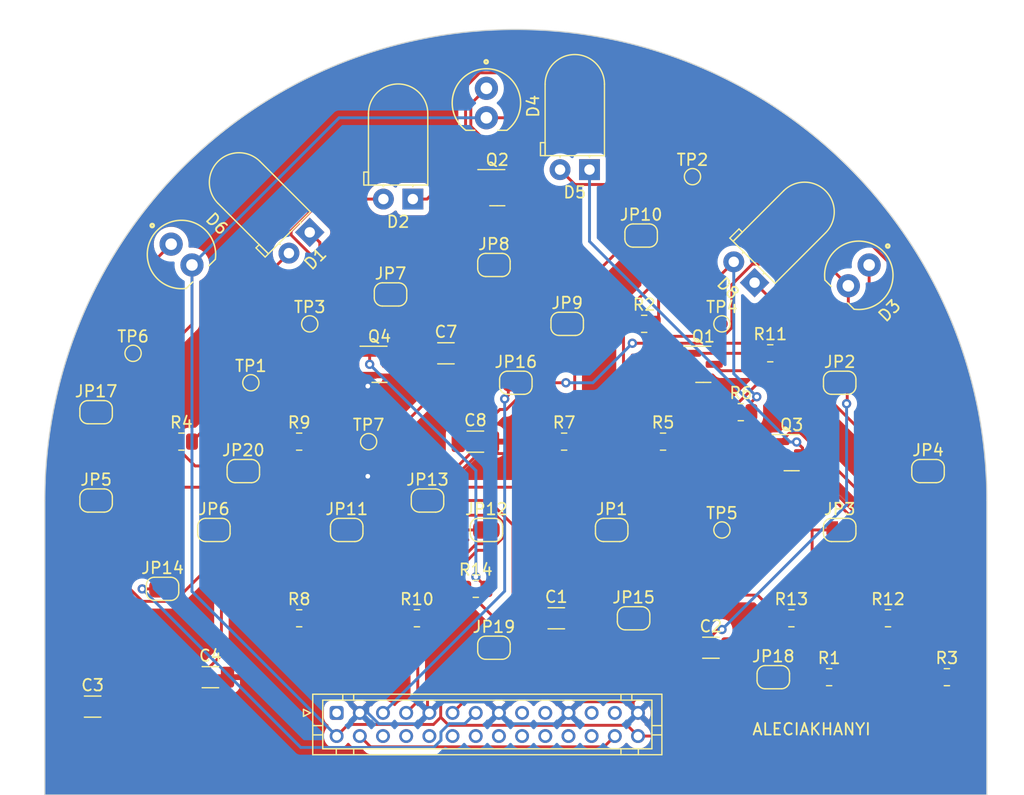
<source format=kicad_pcb>
(kicad_pcb (version 20221018) (generator pcbnew)
  (layers (0 "F.Cu" signal) (31 "B.Cu" signal) (34 "B.Paste" user) (35 "F.Paste" user) (36 "B.SilkS" user "B.Silkscreen") (37 "F.SilkS" user "F.Silkscreen") (38 "B.Mask" user) (39 "F.Mask" user) (44 "Edge.Cuts" user))
  (net 0 "")
  (net 1 "Net-(JP1-B)")
  (net 2 "GND")
  (net 3 "Net-(JP2-B)")
  (net 4 "Net-(JP5-B)")
  (net 5 "Net-(JP6-B)")
  (net 6 "Net-(JP7-B)")
  (net 7 "Net-(JP8-B)")
  (net 8 "Net-(D1-A)")
  (net 9 "Net-(D2-A)")
  (net 10 "/PA4")
  (net 11 "+3V3")
  (net 12 "/PA3")
  (net 13 "Net-(D5-A)")
  (net 14 "/PA5")
  (net 15 "Net-(D8-A)")
  (net 17 "+BATT")
  (net 22 "Net-(D1-K)")
  (net 33 "Net-(JP3-B)")
  (net 34 "Net-(JP4-B)")
  (net 35 "Net-(JP9-B)")
  (net 36 "Net-(JP10-B)")
  (net 37 "Net-(JP11-B)")
  (net 38 "Net-(JP12-B)")
  (net 39 "Net-(D2-K)")
  (net 40 "Vout3")
  (net 41 "Vout1")
  (net 42 "Net-(D5-K)")
  (net 43 "Vout2")
  (net 44 "Net-(D8-K)")
  (net 45 "/PA6")
  (net 46 "Net-(JP13-B)")
  (net 47 "Net-(JP14-B)")
  (net 48 "Net-(JP15-B)")
  (net 49 "Net-(JP16-B)")
  (net 50 "Net-(Q1-B)")
  (net 51 "Net-(Q2-B)")
  (net 52 "Net-(Q3-B)")
  (net 53 "Net-(Q4-B)")
  (footprint "Jumper:SolderJumper-2_P1.3mm_Open_RoundedPad1.0x1.5mm" (layer "F.Cu") (at 180.99 81.28)
    (fp_text reference "JP10")
    (fp_text value "SolderJumper_2_Open")
  )
  (footprint "Resistor_SMD:R_0805_2012Metric" (layer "F.Cu") (at 174.3475 99.06)
    (fp_text reference "R7")
    (fp_text value "100k")
  )
  (footprint "Capacitor_SMD:C_1206_3216Metric" (layer "F.Cu") (at 173.67 114.3)
    (fp_text reference "C1")
    (fp_text value "22uF")
  )
  (footprint "LED_THT:LED_D5.0mm_Horizontal_O1.27mm_Z3.0mm_IRBlack" (layer "F.Cu") (at 176.535 75.595 180)
    (fp_text reference "D5")
    (fp_text value "TSAL4400")
  )
  (footprint "Resistor_SMD:R_0805_2012Metric" (layer "F.Cu") (at 166.7275 111.76)
    (fp_text reference "R14")
    (fp_text value "200")
  )
  (footprint "Jumper:SolderJumper-2_P1.3mm_Open_RoundedPad1.0x1.5mm" (layer "F.Cu") (at 198.12 106.68)
    (fp_text reference "JP3")
    (fp_text value "SolderJumper_2_Open")
  )
  (footprint "Resistor_SMD:R_0805_2012Metric" (layer "F.Cu") (at 151.4875 99.06)
    (fp_text reference "R9")
    (fp_text value "22")
  )
  (footprint "Jumper:SolderJumper-2_P1.3mm_Open_RoundedPad1.0x1.5mm" (layer "F.Cu") (at 146.67 101.6)
    (fp_text reference "JP20")
    (fp_text value "SolderJumper_2_Open")
  )
  (footprint "TestPoint:TestPoint_Pad_D1.0mm" (layer "F.Cu") (at 187.96 106.68)
    (fp_text reference "TP5")
    (fp_text value "TestPoint")
  )
  (footprint "Jumper:SolderJumper-2_P1.3mm_Open_RoundedPad1.0x1.5mm" (layer "F.Cu") (at 155.59 106.68)
    (fp_text reference "JP11")
    (fp_text value "SolderJumper_2_Open")
  )
  (footprint "Resistor_SMD:R_0805_2012Metric" (layer "F.Cu") (at 161.6475 114.3)
    (fp_text reference "R10")
    (fp_text value "150k")
  )
  (footprint "TestPoint:TestPoint_Pad_D1.0mm" (layer "F.Cu") (at 185.42 76.2)
    (fp_text reference "TP2")
    (fp_text value "TestPoint")
  )
  (footprint "Jumper:SolderJumper-2_P1.3mm_Open_RoundedPad1.0x1.5mm" (layer "F.Cu") (at 159.37 86.36)
    (fp_text reference "JP7")
    (fp_text value "SolderJumper_2_Open")
  )
  (footprint "TestPoint:TestPoint_Pad_D1.0mm" (layer "F.Cu") (at 157.48 99.06)
    (fp_text reference "TP7")
    (fp_text value "TestPoint")
  )
  (footprint "LED_THT:LED_D5.0mm_Horizontal_O1.27mm_Z3.0mm_IRBlack" (layer "F.Cu") (at 152.4 81.0027 -135)
    (fp_text reference "D1")
    (fp_text value "TSAL4400")
  )
  (footprint "Capacitor_SMD:C_1206_3216Metric" (layer "F.Cu") (at 164.15 91.44)
    (fp_text reference "C7")
    (fp_text value "22uF")
  )
  (footprint "Jumper:SolderJumper-2_P1.3mm_Open_RoundedPad1.0x1.5mm" (layer "F.Cu") (at 180.34 114.3)
    (fp_text reference "JP15")
    (fp_text value "SolderJumper_2_Open")
  )
  (footprint "SFH203PFA:XDCR_SFH_203_PFA" (layer "F.Cu") (at 141.342 82.922 -45)
    (fp_text reference "D6")
    (fp_text value "SFH_203_PFA")
  )
  (footprint "Jumper:SolderJumper-2_P1.3mm_Open_RoundedPad1.0x1.5mm" (layer "F.Cu") (at 168.29 116.84)
    (fp_text reference "JP19")
    (fp_text value "SolderJumper_2_Open")
  )
  (footprint "Resistor_SMD:R_0805_2012Metric" (layer "F.Cu") (at 197.2075 119.38)
    (fp_text reference "R1")
    (fp_text value "100k")
  )
  (footprint "Jumper:SolderJumper-2_P1.3mm_Open_RoundedPad1.0x1.5mm" (layer "F.Cu") (at 178.45 106.68)
    (fp_text reference "JP1")
    (fp_text value "SolderJumper_2_Open")
  )
  (footprint "Resistor_SMD:R_0805_2012Metric" (layer "F.Cu") (at 193.9525 114.3)
    (fp_text reference "R13")
    (fp_text value "200")
  )
  (footprint "Jumper:SolderJumper-2_P1.3mm_Open_RoundedPad1.0x1.5mm" (layer "F.Cu") (at 170.18 93.98)
    (fp_text reference "JP16")
    (fp_text value "SolderJumper_2_Open")
  )
  (footprint "Jumper:SolderJumper-2_P1.3mm_Open_RoundedPad1.0x1.5mm" (layer "F.Cu") (at 168.29 83.82)
    (fp_text reference "JP8")
    (fp_text value "SolderJumper_2_Open")
  )
  (footprint "Capacitor_SMD:C_1206_3216Metric" (layer "F.Cu") (at 143.83 119.38)
    (fp_text reference "C4")
    (fp_text value "10uF")
  )
  (footprint "Jumper:SolderJumper-2_P1.3mm_Open_RoundedPad1.0x1.5mm" (layer "F.Cu") (at 192.39 119.38)
    (fp_text reference "JP18")
    (fp_text value "SolderJumper_2_Open")
  )
  (footprint "SFH203PFA:XDCR_SFH_203_PFA" (layer "F.Cu") (at 167.64 69.85 -90)
    (fp_text reference "D4")
    (fp_text value "SFH_203_PFA")
  )
  (footprint "TestPoint:TestPoint_Pad_D1.0mm" (layer "F.Cu") (at 187.96 88.9)
    (fp_text reference "TP4")
    (fp_text value "TestPoint")
  )
  (footprint "Connector_JST:JST_PHD_B28B-PHDSS_2x14_P2.00mm_Vertical" (layer "F.Cu") (at 154.72 122.46)
    (fp_text reference "J2" hide)
    (fp_text value "Conn_02x14_Odd_Even")
  )
  (footprint "Package_TO_SOT_SMD:SOT-23" (layer "F.Cu") (at 158.4175 92.39)
    (fp_text reference "Q4")
    (fp_text value "MMBT5551L")
  )
  (footprint "Resistor_SMD:R_0805_2012Metric" (layer "F.Cu") (at 182.88 99.06)
    (fp_text reference "R5")
    (fp_text value "150k")
  )
  (footprint "Capacitor_SMD:C_1206_3216Metric" (layer "F.Cu") (at 166.69 99.06)
    (fp_text reference "C8")
    (fp_text value "10uF")
  )
  (footprint "Package_TO_SOT_SMD:SOT-23" (layer "F.Cu") (at 193.9775 100.01)
    (fp_text reference "Q3")
    (fp_text value "MMBT5551L")
  )
  (footprint "Jumper:SolderJumper-2_P1.3mm_Open_RoundedPad1.0x1.5mm" (layer "F.Cu") (at 133.97 96.52)
    (fp_text reference "JP17")
    (fp_text value "SolderJumper_2_Open")
  )
  (footprint "Jumper:SolderJumper-2_P1.3mm_Open_RoundedPad1.0x1.5mm" (layer "F.Cu") (at 162.56 104.14)
    (fp_text reference "JP13")
    (fp_text value "SolderJumper_2_Open")
  )
  (footprint "Package_TO_SOT_SMD:SOT-23" (layer "F.Cu") (at 168.5775 77.15)
    (fp_text reference "Q2")
    (fp_text value "MMBT5551L")
  )
  (footprint "LED_THT:LED_D5.0mm_Horizontal_O1.27mm_Z3.0mm_IRBlack" (layer "F.Cu") (at 190.7773 85.3459 135)
    (fp_text reference "D8")
    (fp_text value "TSAL4400")
  )
  (footprint "Resistor_SMD:R_0805_2012Metric" (layer "F.Cu") (at 189.5875 96.52)
    (fp_text reference "R6")
    (fp_text value "22")
  )
  (footprint "TestPoint:TestPoint_Pad_D1.0mm" (layer "F.Cu") (at 137.16 91.44)
    (fp_text reference "TP6")
    (fp_text value "TestPoint")
  )
  (footprint "Resistor_SMD:R_0805_2012Metric" (layer "F.Cu") (at 202.2875 114.3)
    (fp_text reference "R12")
    (fp_text value "200")
  )
  (footprint "TestPoint:TestPoint_Pad_D1.0mm" (layer "F.Cu") (at 147.32 93.98)
    (fp_text reference "TP1")
    (fp_text value "TestPoint")
  )
  (footprint "Resistor_SMD:R_0805_2012Metric" (layer "F.Cu") (at 141.3275 99.06)
    (fp_text reference "R4")
    (fp_text value "22")
  )
  (footprint "LED_THT:LED_D5.0mm_Horizontal_O1.27mm_Z3.0mm_IRBlack" (layer "F.Cu") (at 161.295 78.135 180)
    (fp_text reference "D2")
    (fp_text value "TSAL4400")
  )
  (footprint "Jumper:SolderJumper-2_P1.3mm_Open_RoundedPad1.0x1.5mm" (layer "F.Cu") (at 139.7 111.76)
    (fp_text reference "JP14")
    (fp_text value "SolderJumper_2_Open")
  )
  (footprint "Jumper:SolderJumper-2_P1.3mm_Open_RoundedPad1.0x1.5mm" (layer "F.Cu") (at 205.74 101.6)
    (fp_text reference "JP4")
    (fp_text value "SolderJumper_2_Open")
  )
  (footprint "TestPoint:TestPoint_Pad_D1.0mm" (layer "F.Cu") (at 152.4 88.9)
    (fp_text reference "TP3")
    (fp_text value "TestPoint")
  )
  (footprint "Jumper:SolderJumper-2_P1.3mm_Open_RoundedPad1.0x1.5mm" (layer "F.Cu") (at 174.61 88.9)
    (fp_text reference "JP9")
    (fp_text value "SolderJumper_2_Open")
  )
  (footprint "Jumper:SolderJumper-2_P1.3mm_Open_RoundedPad1.0x1.5mm" (layer "F.Cu") (at 133.97 104.14)
    (fp_text reference "JP5")
    (fp_text value "SolderJumper_2_Open")
  )
  (footprint "Resistor_SMD:R_0805_2012Metric" (layer "F.Cu") (at 207.3675 119.38)
    (fp_text reference "R3")
    (fp_text value "150k")
  )
  (footprint "Capacitor_SMD:C_1206_3216Metric" (layer "F.Cu") (at 187.01 116.84)
    (fp_text reference "C2")
    (fp_text value "10uF")
  )
  (footprint "Capacitor_SMD:C_1206_3216Metric" (layer "F.Cu") (at 133.67 121.92)
    (fp_text reference "C3")
    (fp_text value "22uF")
  )
  (footprint "Jumper:SolderJumper-2_P1.3mm_Open_RoundedPad1.0x1.5mm" (layer "F.Cu") (at 198.12 93.98)
    (fp_text reference "JP2")
    (fp_text value "SolderJumper_2_Open")
  )
  (footprint "SFH203PFA:XDCR_SFH_203_PFA" (layer "F.Cu") (at 199.762 84.718 -135)
    (fp_text reference "D3")
    (fp_text value "SFH_203_PFA")
  )
  (footprint "Resistor_SMD:R_0805_2012Metric" (layer "F.Cu") (at 181.2525 88.9)
    (fp_text reference "R2")
    (fp_text value "22")
  )
  (footprint "Package_TO_SOT_SMD:SOT-23" (layer "F.Cu") (at 186.3575 92.39)
    (fp_text reference "Q1")
    (fp_text value "MMBT5551L")
  )
  (footprint "Jumper:SolderJumper-2_P1.3mm_Open_RoundedPad1.0x1.5mm" (layer "F.Cu") (at 167.64 106.68)
    (fp_text reference "JP12")
    (fp_text value "SolderJumper_2_Open")
  )
  (footprint "Resistor_SMD:R_0805_2012Metric" (layer "F.Cu") (at 192.1275 91.44)
    (fp_text reference "R11")
    (fp_text value "200")
  )
  (footprint "Jumper:SolderJumper-2_P1.3mm_Open_RoundedPad1.0x1.5mm" (layer "F.Cu") (at 144.13 106.68)
    (fp_text reference "JP6")
    (fp_text value "SolderJumper_2_Open")
  )
  (footprint "Resistor_SMD:R_0805_2012Metric" (layer "F.Cu") (at 151.4875 114.3)
    (fp_text reference "R8")
    (fp_text value "100k")
  )
  (gr_arc (start 129.54 104.14) (mid 170.18 63.5) (end 210.82 104.14) (stroke (width 0.1)) (layer "Edge.Cuts"))
  (gr_line (start 129.54 129.54) (end 129.54 104.14) (stroke (width 0.1)) (layer "Edge.Cuts"))
  (gr_line (start 210.82 104.14) (end 210.82 129.54) (stroke (width 0.1)) (layer "Edge.Cuts"))
  (gr_line (start 210.82 129.54) (end 129.54 129.54) (stroke (width 0.1)) (layer "Edge.Cuts"))
  (gr_text "ALECIAKHANYI" (at 190.5 124.46) (layer "F.SilkS") (effects (font (size 1 1)) (justify left bottom)))
  (segment (start 172.7575 114.3) (end 172.7575 113.4348) (width 0.25) (layer "F.Cu") (net 1))
  (segment (start 172.7575 113.4348) (end 179.1 107.0923) (width 0.25) (layer "F.Cu") (net 1))
  (segment (start 179.1 107.0923) (end 179.1 106.68) (width 0.25) (layer "F.Cu") (net 1))
  (segment (start 203.2658 120.4234) (end 202.2224 119.38) (width 0.25) (layer "F.Cu") (net 2))
  (segment (start 180.8879 112.7682) (end 183.8995 115.7798) (width 0.25) (layer "F.Cu") (net 2))
  (segment (start 153.64 119.38) (end 152.4 119.38) (width 0.25) (layer "F.Cu") (net 2))
  (segment (start 207.2366 120.4234) (end 203.2658 120.4234) (width 0.25) (layer "F.Cu") (net 2))
  (segment (start 175.26 99.06) (end 176.3127 100.1127) (width 0.25) (layer "F.Cu") (net 2))
  (segment (start 142.24 121.92) (end 134.62 121.92) (width 0.25) (layer "F.Cu") (net 2))
  (segment (start 183.7925 99.06) (end 185.42 99.06) (width 0.25) (layer "F.Cu") (net 2))
  (segment (start 176.3127 100.1127) (end 182.7398 100.1127) (width 0.25) (layer "F.Cu") (net 2))
  (segment (start 157.48 93.34) (end 159.8187 93.34) (width 0.25) (layer "F.Cu") (net 2))
  (segment (start 152.4 119.38) (end 144.78 119.38) (width 0.25) (layer "F.Cu") (net 2))
  (segment (start 157.48 93.34) (end 157.48 94.1954) (width 0.25) (layer "F.Cu") (net 2))
  (segment (start 165.5557 78.1) (end 167.64 78.1) (width 0.25) (layer "F.Cu") (net 2))
  (segment (start 202.2224 107.9705) (end 195.2119 100.96) (width 0.25) (layer "F.Cu") (net 2))
  (segment (start 174.2321 100.0879) (end 175.26 99.06) (width 0.25) (layer "F.Cu") (net 2))
  (segment (start 183.8995 115.7798) (end 183.8995 117.9048) (width 0.25) (layer "F.Cu") (net 2))
  (segment (start 185.42 99.06) (end 191.14 99.06) (width 0.25) (layer "F.Cu") (net 2))
  (segment (start 191.14 99.06) (end 193.04 100.96) (width 0.25) (layer "F.Cu") (net 2))
  (segment (start 185.42 99.06) (end 185.42 93.34) (width 0.25) (layer "F.Cu") (net 2))
  (segment (start 175.6644 113.2203) (end 176.0277 112.857) (width 0.25) (layer "F.Cu") (net 2))
  (segment (start 202.2224 119.38) (end 198.12 119.38) (width 0.25) (layer "F.Cu") (net 2))
  (segment (start 175.6789 121.5011) (end 180.3032 121.5011) (width 0.25) (layer "F.Cu") (net 2))
  (segment (start 159.8187 93.34) (end 160.4421 92.7166) (width 0.25) (layer "F.Cu") (net 2))
  (segment (start 180.3032 122.0432) (end 180.72 122.46) (width 0.25) (layer "F.Cu") (net 2))
  (segment (start 176.0277 112.857) (end 176.0277 112.8548) (width 0.25) (layer "F.Cu") (net 2))
  (segment (start 174.72 122.46) (end 175.6789 121.5011) (width 0.25) (layer "F.Cu") (net 2))
  (segment (start 176.1143 112.7682) (end 180.8879 112.7682) (width 0.25) (layer "F.Cu") (net 2))
  (segment (start 160.4421 92.7166) (end 160.4421 92.5087) (width 0.25) (layer "F.Cu") (net 2))
  (segment (start 152.4 119.38) (end 152.4 114.3) (width 0.25) (layer "F.Cu") (net 2))
  (segment (start 156.72 122.46) (end 153.64 119.38) (width 0.25) (layer "F.Cu") (net 2))
  (segment (start 144.78 119.38) (end 142.24 121.92) (width 0.25) (layer "F.Cu") (net 2))
  (segment (start 164.9769 102.0472) (end 157.4077 102.0472) (width 0.25) (layer "F.Cu") (net 2))
  (segment (start 208.28 119.38) (end 207.2366 120.4234) (width 0.25) (layer "F.Cu") (net 2))
  (segment (start 186.8952 117.9048) (end 187.96 116.84) (width 0.25) (layer "F.Cu") (net 2))
  (segment (start 182.7398 100.1127) (end 183.7925 99.06) (width 0.25) (layer "F.Cu") (net 2))
  (segment (start 180.3032 121.5011) (end 180.3032 122.0432) (width 0.25) (layer "F.Cu") (net 2))
  (segment (start 160.4421 92.5087) (end 160.4421 90.1942) (width 0.25) (layer "F.Cu") (net 2))
  (segment (start 174.5825 114.3) (end 175.6622 113.2203) (width 0.25) (layer "F.Cu") (net 2))
  (segment (start 164.0313 92.5087) (end 165.1 91.44) (width 0.25) (layer "F.Cu") (net 2))
  (segment (start 162.56 122.3) (end 162.56 114.3) (width 0.25) (layer "F.Cu") (net 2))
  (segment (start 167.64 99.06) (end 167.8021 99.222) (width 0.25) (layer "F.Cu") (net 2))
  (segment (start 175.6622 113.2203) (end 175.6644 113.2203) (width 0.25) (layer "F.Cu") (net 2))
  (segment (start 202.2224 119.38) (end 202.2224 107.9705) (width 0.25) (layer "F.Cu") (net 2))
  (segment (start 183.8995 117.9048) (end 186.8952 117.9048) (width 0.25) (layer "F.Cu") (net 2))
  (segment (start 160.4421 92.5087) (end 164.0313 92.5087) (width 0.25) (layer "F.Cu") (net 2))
  (segment (start 176.0277 112.8548) (end 176.1143 112.7682) (width 0.25) (layer "F.Cu") (net 2))
  (segment (start 195.2119 100.96) (end 193.04 100.96) (width 0.25) (layer "F.Cu") (net 2))
  (segment (start 167.8021 99.222) (end 168.6679 100.0879) (width 0.25) (layer "F.Cu") (net 2))
  (segment (start 160.4421 90.1942) (end 157.8734 87.6255) (width 0.25) (layer "F.Cu") (net 2))
  (segment (start 162.72 122.46) (end 162.56 122.3) (width 0.25) (layer "F.Cu") (net 2))
  (segment (start 180.3032 121.5011) (end 183.8995 117.9048) (width 0.25) (layer "F.Cu") (net 2))
  (segment (start 167.8021 99.222) (end 164.9769 102.0472) (width 0.25) (layer "F.Cu") (net 2))
  (segment (start 157.48 94.1954) (end 157.4077 94.2677) (width 0.25) (layer "F.Cu") (net 2))
  (segment (start 157.8734 85.7823) (end 165.5557 78.1) (width 0.25) (layer "F.Cu") (net 2))
  (segment (start 157.8734 87.6255) (end 157.8734 85.7823) (width 0.25) (layer "F.Cu") (net 2))
  (segment (start 168.6679 100.0879) (end 174.2321 100.0879) (width 0.25) (layer "F.Cu") (net 2))
  (via (at 157.4077 102.0472) (size 0.8) (drill 0.4) (layers "F.Cu" "B.Cu") (net 2))
  (via (at 157.4077 94.2677) (size 0.8) (drill 0.4) (layers "F.Cu" "B.Cu") (net 2))
  (segment (start 169.6575 123.3975) (end 168.72 122.46) (width 0.25) (layer "B.Cu") (net 2))
  (segment (start 157.4077 122.46) (end 157.4077 102.0472) (width 0.25) (layer "B.Cu") (net 2))
  (segment (start 162.72 122.46) (end 161.7825 123.3975) (width 0.25) (layer "B.Cu") (net 2))
  (segment (start 157.4077 102.0472) (end 157.4077 94.2677) (width 0.25) (layer "B.Cu") (net 2))
  (segment (start 167.7741 121.5141) (end 163.6659 121.5141) (width 0.25) (layer "B.Cu") (net 2))
  (segment (start 157.4077 122.46) (end 156.72 122.46) (width 0.25) (layer "B.Cu") (net 2))
  (segment (start 174.72 122.46) (end 173.7825 123.3975) (width 0.25) (layer "B.Cu") (net 2))
  (segment (start 163.6659 121.5141) (end 162.72 122.46) (width 0.25) (layer "B.Cu") (net 2))
  (segment (start 158.3452 123.3975) (end 157.4077 122.46) (width 0.25) (layer "B.Cu") (net 2))
  (segment (start 161.7825 123.3975) (end 158.3452 123.3975) (width 0.25) (layer "B.Cu") (net 2))
  (segment (start 173.7825 123.3975) (end 169.6575 123.3975) (width 0.25) (layer "B.Cu") (net 2))
  (segment (start 168.72 122.46) (end 167.7741 121.5141) (width 0.25) (layer "B.Cu") (net 2))
  (segment (start 186.06 116.84) (end 187.6305 115.2695) (width 0.25) (layer "F.Cu") (net 3))
  (segment (start 198.77 93.98) (end 198.77 95.7309) (width 0.25) (layer "F.Cu") (net 3))
  (segment (start 187.6305 115.2695) (end 187.9676 115.2695) (width 0.25) (layer "F.Cu") (net 3))
  (segment (start 198.77 95.7309) (end 198.7144 95.7865) (width 0.25) (layer "F.Cu") (net 3))
  (via (at 187.9676 115.2695) (size 0.8) (drill 0.4) (layers "F.Cu" "B.Cu") (net 3))
  (via (at 198.7144 95.7865) (size 0.8) (drill 0.4) (layers "F.Cu" "B.Cu") (net 3))
  (segment (start 198.7144 104.5227) (end 198.7144 95.7865) (width 0.25) (layer "B.Cu") (net 3))
  (segment (start 187.9676 115.2695) (end 198.7144 104.5227) (width 0.25) (layer "B.Cu") (net 3))
  (segment (start 134.62 120.02) (end 134.62 104.14) (width 0.25) (layer "F.Cu") (net 4))
  (segment (start 132.72 121.92) (end 134.62 120.02) (width 0.25) (layer "F.Cu") (net 4))
  (segment (start 142.88 119.38) (end 144.78 117.48) (width 0.25) (layer "F.Cu") (net 5))
  (segment (start 144.78 117.48) (end 144.78 106.68) (width 0.25) (layer "F.Cu") (net 5))
  (segment (start 163.2 91.44) (end 160.02 88.26) (width 0.25) (layer "F.Cu") (net 6))
  (segment (start 160.02 88.26) (end 160.02 86.36) (width 0.25) (layer "F.Cu") (net 6))
  (segment (start 165.74 99.06) (end 165.74 95.7045) (width 0.25) (layer "F.Cu") (net 7))
  (segment (start 165.74 95.7045) (end 168.94 92.5045) (width 0.25) (layer "F.Cu") (net 7))
  (segment (start 168.94 92.5045) (end 168.94 83.82) (width 0.25) (layer "F.Cu") (net 7))
  (segment (start 147.32 86.0827) (end 147.32 93.98) (width 0.25) (layer "F.Cu") (net 8))
  (segment (start 150.6039 82.7988) (end 147.32 86.0827) (width 0.25) (layer "F.Cu") (net 8))
  (segment (start 147.32 93.98) (end 142.24 99.06) (width 0.25) (layer "F.Cu") (net 8))
  (segment (start 152.4 88.9) (end 152.4 82.8407) (width 0.25) (layer "F.Cu") (net 9))
  (segment (start 150.7915 80.8744) (end 153.5309 78.135) (width 0.25) (layer "F.Cu") (net 9))
  (segment (start 153.5309 78.135) (end 158.755 78.135) (width 0.25) (layer "F.Cu") (net 9))
  (segment (start 152.4 82.8407) (end 150.7915 81.2322) (width 0.25) (layer "F.Cu") (net 9))
  (segment (start 152.4 99.06) (end 152.4 88.9) (width 0.25) (layer "F.Cu") (net 9))
  (segment (start 150.7915 81.2322) (end 150.7915 80.8744) (width 0.25) (layer "F.Cu") (net 9))
  (segment (start 167.9715 108.4361) (end 166.8691 108.4361) (width 0.25) (layer "F.Cu") (net 10))
  (segment (start 163.8411 105.4102) (end 168.4544 105.4102) (width 0.25) (layer "F.Cu") (net 10))
  (segment (start 161.7196 113.5856) (end 161.7196 121.4604) (width 0.25) (layer "F.Cu") (net 10))
  (segment (start 163.8396 105.4087) (end 163.8411 105.4102) (width 0.25) (layer "F.Cu") (net 10))
  (segment (start 162.7034 105.4087) (end 163.8396 105.4087) (width 0.25) (layer "F.Cu") (net 10))
  (segment (start 169.1378 107.2698) (end 167.9715 108.4361) (width 0.25) (layer "F.Cu") (net 10))
  (segment (start 169.1378 106.0936) (end 169.1378 107.2698) (width 0.25) (layer "F.Cu") (net 10))
  (segment (start 161.91 104.14) (end 161.91 104.6153) (width 0.25) (layer "F.Cu") (net 10))
  (segment (start 161.7196 121.4604) (end 160.72 122.46) (width 0.25) (layer "F.Cu") (net 10))
  (segment (start 161.91 104.6153) (end 162.7034 105.4087) (width 0.25) (layer "F.Cu") (net 10))
  (segment (start 168.4544 105.4102) (end 169.1378 106.0936) (width 0.25) (layer "F.Cu") (net 10))
  (segment (start 166.8691 108.4361) (end 161.7196 113.5856) (width 0.25) (layer "F.Cu") (net 10))
  (segment (start 142.24 88.9496) (end 142.24 83.82) (width 0.25) (layer "F.Cu") (net 11))
  (segment (start 146.02 101.1571) (end 146.02 101.6) (width 0.25) (layer "F.Cu") (net 11))
  (segment (start 136.2723 94.9173) (end 142.24 88.9496) (width 0.25) (layer "F.Cu") (net 11))
  (segment (start 192.6365 94.1472) (end 198.864 87.9197) (width 0.25) (layer "F.Cu") (net 11))
  (segment (start 154.72 124.46) (end 155.72 123.46) (width 0.25) (layer "F.Cu") (net 11))
  (segment (start 179.7931 123.5331) (end 180.72 124.46) (width 0.25) (layer "F.Cu") (net 11))
  (segment (start 146.02 101.1571) (end 142.5121 101.1571) (width 0.25) (layer "F.Cu") (net 11))
  (segment (start 188.675 96.52) (end 188.675 96.4074) (width 0.25) (layer "F.Cu") (net 11))
  (segment (start 133.32 96.52) (end 133.32 96.0301) (width 0.25) (layer "F.Cu") (net 11))
  (segment (start 167.64 71.12) (end 181.5164 71.12) (width 0.25) (layer "F.Cu") (net 11))
  (segment (start 198.864 87.9197) (end 198.864 85.616) (width 0.25) (layer "F.Cu") (net 11))
  (segment (start 181.414 89.974) (end 188.0702 89.974) (width 0.25) (layer "F.Cu") (net 11))
  (segment (start 188.8177 89.2265) (end 188.8177 85.5094) (width 0.25) (layer "F.Cu") (net 11))
  (segment (start 180.34 88.9) (end 181.414 89.974) (width 0.25) (layer "F.Cu") (net 11))
  (segment (start 163.6975 120.7825) (end 167.64 116.84) (width 0.25) (layer "F.Cu") (net 11))
  (segment (start 150.575 99.06) (end 148.1171 99.06) (width 0.25) (layer "F.Cu") (net 11))
  (segment (start 133.32 96.0301) (end 134.4328 94.9173) (width 0.25) (layer "F.Cu") (net 11))
  (segment (start 196.994 83.746) (end 198.864 85.616) (width 0.25) (layer "F.Cu") (net 11))
  (segment (start 136.2723 94.9173) (end 140.415 99.06) (width 0.25) (layer "F.Cu") (net 11))
  (segment (start 163.6975 122.8377) (end 163.6975 120.7825) (width 0.25) (layer "F.Cu") (net 11))
  (segment (start 134.4328 94.9173) (end 136.2723 94.9173) (width 0.25) (layer "F.Cu") (net 11))
  (segment (start 186.66 124.46) (end 191.74 119.38) (width 0.25) (layer "F.Cu") (net 11))
  (segment (start 188.8177 85.5094) (end 190.5811 83.746) (width 0.25) (layer "F.Cu") (net 11))
  (segment (start 155.72 123.46) (end 163.0752 123.46) (width 0.25) (layer "F.Cu") (net 11))
  (segment (start 180.72 124.46) (end 186.66 124.46) (width 0.25) (layer "F.Cu") (net 11))
  (segment (start 142.5121 101.1571) (end 140.415 99.06) (width 0.25) (layer "F.Cu") (net 11))
  (segment (start 190.5811 83.746) (end 196.994 83.746) (width 0.25) (layer "F.Cu") (net 11))
  (segment (start 181.5164 71.12) (end 190.5811 80.1847) (width 0.25) (layer "F.Cu") (net 11))
  (segment (start 163.6975 122.8377) (end 164.3929 123.5331) (width 0.25) (layer "F.Cu") (net 11))
  (segment (start 148.1171 99.06) (end 146.02 101.1571) (width 0.25) (layer "F.Cu") (net 11))
  (segment (start 188.0702 89.974) (end 188.8177 89.2265) (width 0.25) (layer "F.Cu") (net 11))
  (segment (start 188.675 96.4074) (end 190.9352 94.1472) (width 0.25) (layer "F.Cu") (net 11))
  (segment (start 164.3929 123.5331) (end 179.7931 123.5331) (width 0.25) (layer "F.Cu") (net 11))
  (segment (start 190.5811 80.1847) (end 190.5811 83.746) (width 0.25) (layer "F.Cu") (net 11))
  (segment (start 163.0752 123.46) (end 163.6975 122.8377) (width 0.25) (layer "F.Cu") (net 11))
  (segment (start 190.9352 94.1472) (end 192.6365 94.1472) (width 0.25) (layer "F.Cu") (net 11))
  (segment (start 142.24 83.82) (end 154.94 71.12) (width 0.25) (layer "B.Cu") (net 11))
  (segment (start 154.94 71.12) (end 167.64 71.12) (width 0.25) (layer "B.Cu") (net 11))
  (segment (start 154.72 124.46) (end 142.24 111.98) (width 0.25) (layer "B.Cu") (net 11))
  (segment (start 142.24 111.98) (end 142.24 83.82) (width 0.25) (layer "B.Cu") (net 11))
  (segment (start 169.2166 95.3699) (end 169.53 95.0565) (width 0.25) (layer "F.Cu") (net 12))
  (segment (start 169.53 95.0565) (end 169.53 93.98) (width 0.25) (layer "F.Cu") (net 12))
  (via (at 169.2166 95.3699) (size 0.8) (drill 0.4) (layers "F.Cu" "B.Cu") (net 12))
  (segment (start 158.72 122.46) (end 169.2166 111.9634) (width 0.25) (layer "B.Cu") (net 12))
  (segment (start 169.2166 111.9634) (end 169.2166 95.3699) (width 0.25) (layer "B.Cu") (net 12))
  (segment (start 184.7433 76.8767) (end 182.4967 76.8767) (width 0.25) (layer "F.Cu") (net 13))
  (segment (start 182.165 88.9) (end 182.4967 88.5683) (width 0.25) (layer "F.Cu") (net 13))
  (segment (start 185.42 76.2) (end 184.7433 76.8767) (width 0.25) (layer "F.Cu") (net 13))
  (segment (start 175.2767 76.8767) (end 173.995 75.595) (width 0.25) (layer "F.Cu") (net 13))
  (segment (start 182.4967 76.8767) (end 175.2767 76.8767) (width 0.25) (layer "F.Cu") (net 13))
  (segment (start 182.4967 88.5683) (end 182.4967 76.8767) (width 0.25) (layer "F.Cu") (net 13))
  (segment (start 175.9747 118.0153) (end 179.69 114.3) (width 0.25) (layer "F.Cu") (net 14))
  (segment (start 164.72 122.46) (end 169.1647 118.0153) (width 0.25) (layer "F.Cu") (net 14))
  (segment (start 169.1647 118.0153) (end 175.9747 118.0153) (width 0.25) (layer "F.Cu") (net 14))
  (segment (start 190.9642 95.1871) (end 190.5 95.6513) (width 0.25) (layer "F.Cu") (net 15))
  (segment (start 190.5 95.6513) (end 190.5 96.52) (width 0.25) (layer "F.Cu") (net 15))
  (segment (start 187.96 84.571) (end 187.96 88.9) (width 0.25) (layer "F.Cu") (net 15))
  (segment (start 188.9812 83.5498) (end 187.96 84.571) (width 0.25) (layer "F.Cu") (net 15))
  (via (at 190.9642 95.1871) (size 0.8) (drill 0.4) (layers "F.Cu" "B.Cu") (net 15))
  (segment (start 188.9812 83.5498) (end 188.9812 93.2041) (width 0.25) (layer "B.Cu") (net 15))
  (segment (start 188.9812 93.2041) (end 190.9642 95.1871) (width 0.25) (layer "B.Cu") (net 15))
  (segment (start 178.72 124.46) (end 177.7924 125.3876) (width 0.25) (layer "F.Cu") (net 17))
  (segment (start 157.6476 125.3876) (end 156.72 124.46) (width 0.25) (layer "F.Cu") (net 17))
  (segment (start 177.7924 125.3876) (end 157.6476 125.3876) (width 0.25) (layer "F.Cu") (net 17))
  (segment (start 153.2676 81.8702) (end 153.2675 81.8703) (width 0.25) (layer "F.Cu") (net 22))
  (segment (start 159.355 89.9902) (end 159.355 92.39) (width 0.25) (layer "F.Cu") (net 22))
  (segment (start 153.2675 81.8703) (end 153.2675 83.9027) (width 0.25) (layer "F.Cu") (net 22))
  (segment (start 152.4 81.0027) (end 153.2676 81.8702) (width 0.25) (layer "F.Cu") (net 22))
  (segment (start 153.2675 83.9027) (end 159.355 89.9902) (width 0.25) (layer "F.Cu") (net 22))
  (segment (start 198.77 106.68) (end 198.77 116.905) (width 0.25) (layer "F.Cu") (net 33))
  (segment (start 198.77 116.905) (end 196.295 119.38) (width 0.25) (layer "F.Cu") (net 33))
  (segment (start 206.455 119.38) (end 206.455 101.665) (width 0.25) (layer "F.Cu") (net 34))
  (segment (start 206.455 101.665) (end 206.39 101.6) (width 0.25) (layer "F.Cu") (net 34))
  (segment (start 175.26 97.235) (end 175.26 88.9) (width 0.25) (layer "F.Cu") (net 35))
  (segment (start 173.435 99.06) (end 175.26 97.235) (width 0.25) (layer "F.Cu") (net 35))
  (segment (start 179.4682 96.5607) (end 179.4682 88.0222) (width 0.25) (layer "F.Cu") (net 36))
  (segment (start 181.64 85.8504) (end 181.64 81.28) (width 0.25) (layer "F.Cu") (net 36))
  (segment (start 181.9675 99.06) (end 179.4682 96.5607) (width 0.25) (layer "F.Cu") (net 36))
  (segment (start 179.4682 88.0222) (end 181.64 85.8504) (width 0.25) (layer "F.Cu") (net 36))
  (segment (start 156.24 108.635) (end 156.24 106.68) (width 0.25) (layer "F.Cu") (net 37))
  (segment (start 150.575 114.3) (end 156.24 108.635) (width 0.25) (layer "F.Cu") (net 37))
  (segment (start 167.5469 107.8705) (end 168.29 107.1274) (width 0.25) (layer "F.Cu") (net 38))
  (segment (start 160.735 114.3) (end 160.735 113.914) (width 0.25) (layer "F.Cu") (net 38))
  (segment (start 166.7785 107.8705) (end 167.5469 107.8705) (width 0.25) (layer "F.Cu") (net 38))
  (segment (start 168.29 107.1274) (end 168.29 106.68) (width 0.25) (layer "F.Cu") (net 38))
  (segment (start 160.735 113.914) (end 166.7785 107.8705) (width 0.25) (layer "F.Cu") (net 38))
  (segment (start 161.295 78.135) (end 162.5219 78.135) (width 0.25) (layer "F.Cu") (net 39))
  (segment (start 163.5069 77.15) (end 169.515 77.15) (width 0.25) (layer "F.Cu") (net 39))
  (segment (start 162.5219 78.135) (end 163.5069 77.15) (width 0.25) (layer "F.Cu") (net 39))
  (segment (start 195.3768 120.0068) (end 196.2453 120.8753) (width 0.25) (layer "F.Cu") (net 40))
  (segment (start 195.7422 106.68) (end 195.7422 117.2241) (width 0.25) (layer "F.Cu") (net 40))
  (segment (start 197.47 93.98) (end 197.47 90.6565) (width 0.25) (layer "F.Cu") (net 40))
  (segment (start 205.09 101.185) (end 205.09 101.6) (width 0.25) (layer "F.Cu") (net 40))
  (segment (start 196.2453 120.8753) (end 208.3466 120.8753) (width 0.25) (layer "F.Cu") (net 40))
  (segment (start 177.8 106.2667) (end 177.8 106.68) (width 0.25) (layer "F.Cu") (net 40))
  (segment (start 195.7422 106.68) (end 197.47 106.68) (width 0.25) (layer "F.Cu") (net 40))
  (segment (start 209.1523 102.9103) (end 206.7355 100.4935) (width 0.25) (layer "F.Cu") (net 40))
  (segment (start 187.96 106.68) (end 186.8495 105.5695) (width 0.25) (layer "F.Cu") (net 40))
  (segment (start 208.3466 120.8753) (end 209.1523 120.0696) (width 0.25) (layer "F.Cu") (net 40))
  (segment (start 197.47 95.6534) (end 197.47 93.98) (width 0.25) (layer "F.Cu") (net 40))
  (segment (start 205.09 101.6) (end 203.4166 101.6) (width 0.25) (layer "F.Cu") (net 40))
  (segment (start 197.47 90.6565) (end 200.66 87.4665) (width 0.25) (layer "F.Cu") (net 40))
  (segment (start 195.3768 117.5895) (end 195.3768 120.0068) (width 0.25) (layer "F.Cu") (net 40))
  (segment (start 209.1523 120.0696) (end 209.1523 102.9103) (width 0.25) (layer "F.Cu") (net 40))
  (segment (start 206.7355 100.4935) (end 205.7815 100.4935) (width 0.25) (layer "F.Cu") (net 40))
  (segment (start 200.66 87.4665) (end 200.66 83.82) (width 0.25) (layer "F.Cu") (net 40))
  (segment (start 195.7422 117.2241) (end 195.3768 117.5895) (width 0.25) (layer "F.Cu") (net 40))
  (segment (start 195.7422 106.68) (end 187.96 106.68) (width 0.25) (layer "F.Cu") (net 40))
  (segment (start 205.7815 100.4935) (end 205.09 101.185) (width 0.25) (layer "F.Cu") (net 40))
  (segment (start 203.4166 101.6) (end 197.47 95.6534) (width 0.25) (layer "F.Cu") (net 40))
  (segment (start 186.8495 105.5695) (end 178.4972 105.5695) (width 0.25) (layer "F.Cu") (net 40))
  (segment (start 178.4972 105.5695) (end 177.8 106.2667) (width 0.25) (layer "F.Cu") (net 40))
  (segment (start 170.6192 82.6997) (end 171.0723 82.6997) (width 0.25) (layer "F.Cu") (net 41))
  (segment (start 170.6192 76.1778) (end 166.2949 71.8535) (width 0.25) (layer "F.Cu") (net 41))
  (segment (start 159.4366 85.2307) (end 158.72 85.9473) (width 0.25) (layer "F.Cu") (net 41))
  (segment (start 165.9737 85.2307) (end 159.4366 85.2307) (width 0.25) (layer "F.Cu") (net 41))
  (segment (start 167.64 83.3786) (end 168.3189 82.6997) (width 0.25) (layer "F.Cu") (net 41))
  (segment (start 166.2949 71.8535) (end 166.2949 69.9251) (width 0.25) (layer "F.Cu") (net 41))
  (segment (start 168.3189 82.6997) (end 170.6192 82.6997) (width 0.25) (layer "F.Cu") (net 41))
  (segment (start 166.2949 69.9251) (end 167.64 68.58) (width 0.25) (layer "F.Cu") (net 41))
  (segment (start 159.0221 99.06) (end 165.9737 92.1084) (width 0.25) (layer "F.Cu") (net 41))
  (segment (start 173.96 85.5874) (end 173.96 88.9) (width 0.25) (layer "F.Cu") (net 41))
  (segment (start 173.96 85.5874) (end 176.0326 85.5874) (width 0.25) (layer "F.Cu") (net 41))
  (segment (start 166.2293 85.2307) (end 167.64 83.82) (width 0.25) (layer "F.Cu") (net 41))
  (segment (start 157.48 99.06) (end 159.0221 99.06) (width 0.25) (layer "F.Cu") (net 41))
  (segment (start 158.72 85.9473) (end 158.72 86.36) (width 0.25) (layer "F.Cu") (net 41))
  (segment (start 165.9737 85.2307) (end 166.2293 85.2307) (width 0.25) (layer "F.Cu") (net 41))
  (segment (start 167.64 83.82) (end 167.64 83.3786) (width 0.25) (layer "F.Cu") (net 41))
  (segment (start 165.9737 92.1084) (end 165.9737 85.2307) (width 0.25) (layer "F.Cu") (net 41))
  (segment (start 170.6192 82.6997) (end 170.6192 76.1778) (width 0.25) (layer "F.Cu") (net 41))
  (segment (start 171.0723 82.6997) (end 173.96 85.5874) (width 0.25) (layer "F.Cu") (net 41))
  (segment (start 176.0326 85.5874) (end 180.34 81.28) (width 0.25) (layer "F.Cu") (net 41))
  (segment (start 194.915 100.01) (end 194.915 99.6026) (width 0.25) (layer "F.Cu") (net 42))
  (segment (start 194.915 99.6026) (end 194.4072 99.0948) (width 0.25) (layer "F.Cu") (net 42))
  (via (at 194.4072 99.0948) (size 0.8) (drill 0.4) (layers "F.Cu" "B.Cu") (net 42))
  (segment (start 193.844 99.0948) (end 194.4072 99.0948) (width 0.25) (layer "B.Cu") (net 42))
  (segment (start 176.535 75.595) (end 176.535 81.7858) (width 0.25) (layer "B.Cu") (net 42))
  (segment (start 176.535 81.7858) (end 193.844 99.0948) (width 0.25) (layer "B.Cu") (net 42))
  (segment (start 154.7275 106.4674) (end 153.8521 105.5921) (width 0.25) (layer "F.Cu") (net 43))
  (segment (start 137.962 112.8396) (end 140.7322 112.8396) (width 0.25) (layer "F.Cu") (net 43))
  (segment (start 134.9572 103.0565) (end 136.8242 104.9235) (width 0.25) (layer "F.Cu") (net 43))
  (segment (start 155.5918 105.6031) (end 154.7275 106.4674) (width 0.25) (layer "F.Cu") (net 43))
  (segment (start 143.48 110.0918) (end 143.48 106.68) (width 0.25) (layer "F.Cu") (net 43))
  (segment (start 133.32 103.0565) (end 132.4689 102.2054) (width 0.25) (layer "F.Cu") (net 43))
  (segment (start 136.8242 104.9235) (end 136.8242 111.7018) (width 0.25) (layer "F.Cu") (net 43))
  (segment (start 156.5807 105.6031) (end 155.5918 105.6031) (width 0.25) (layer "F.Cu") (net 43))
  (segment (start 153.8521 105.5921) (end 144.1556 105.5921) (width 0.25) (layer "F.Cu") (net 43))
  (segment (start 140.7322 112.8396) (end 143.48 110.0918) (width 0.25) (layer "F.Cu") (net 43))
  (segment (start 157.6576 106.68) (end 156.5807 105.6031) (width 0.25) (layer "F.Cu") (net 43))
  (segment (start 166.99 106.68) (end 157.6576 106.68) (width 0.25) (layer "F.Cu") (net 43))
  (segment (start 137.16 91.44) (end 137.16 85.308) (width 0.25) (layer "F.Cu") (net 43))
  (segment (start 154.7275 106.4674) (end 154.94 106.68) (width 0.25) (layer "F.Cu") (net 43))
  (segment (start 143.48 106.2677) (end 143.48 106.68) (width 0.25) (layer "F.Cu") (net 43))
  (segment (start 132.4689 102.2054) (end 132.4689 95.9366) (width 0.25) (layer "F.Cu") (net 43))
  (segment (start 132.4689 95.9366) (end 136.9655 91.44) (width 0.25) (layer "F.Cu") (net 43))
  (segment (start 144.1556 105.5921) (end 143.48 106.2677) (width 0.25) (layer "F.Cu") (net 43))
  (segment (start 137.16 85.308) (end 140.444 82.024) (width 0.25) (layer "F.Cu") (net 43))
  (segment (start 136.8242 111.7018) (end 137.962 112.8396) (width 0.25) (layer "F.Cu") (net 43))
  (segment (start 133.32 104.14) (end 133.32 103.0565) (width 0.25) (layer "F.Cu") (net 43))
  (segment (start 136.9655 91.44) (end 137.16 91.44) (width 0.25) (layer "F.Cu") (net 43))
  (segment (start 133.32 103.0565) (end 134.9572 103.0565) (width 0.25) (layer "F.Cu") (net 43))
  (segment (start 193.9009 88.4695) (end 193.9009 92.1753) (width 0.25) (layer "F.Cu") (net 44))
  (segment (start 190.7773 85.3459) (end 193.9009 88.4695) (width 0.25) (layer "F.Cu") (net 44))
  (segment (start 193.9009 92.1753) (end 193.1328 92.9434) (width 0.25) (layer "F.Cu") (net 44))
  (segment (start 193.1328 92.9434) (end 187.8484 92.9434) (width 0.25) (layer "F.Cu") (net 44))
  (segment (start 187.8484 92.9434) (end 187.295 92.39) (width 0.25) (layer "F.Cu") (net 44))
  (segment (start 137.948 111.767) (end 139.043 111.767) (width 0.25) (layer "F.Cu") (net 45))
  (segment (start 139.043 111.767) (end 139.05 111.76) (width 0.25) (layer "F.Cu") (net 45))
  (via (at 137.948 111.767) (size 0.8) (drill 0.4) (layers "F.Cu" "B.Cu") (net 45))
  (segment (start 165.7866 123.3934) (end 164.4341 123.3934) (width 0.25) (layer "B.Cu") (net 45))
  (segment (start 163.72 124.1075) (end 163.72 124.8263) (width 0.25) (layer "B.Cu") (net 45))
  (segment (start 163.72 124.8263) (end 163.1021 125.4442) (width 0.25) (layer "B.Cu") (net 45))
  (segment (start 164.4341 123.3934) (end 163.72 124.1075) (width 0.25) (layer "B.Cu") (net 45))
  (segment (start 151.6252 125.4442) (end 137.948 111.767) (width 0.25) (layer "B.Cu") (net 45))
  (segment (start 166.72 122.46) (end 165.7866 123.3934) (width 0.25) (layer "B.Cu") (net 45))
  (segment (start 163.1021 125.4442) (end 151.6252 125.4442) (width 0.25) (layer "B.Cu") (net 45))
  (segment (start 175.0463 112.3025) (end 173.67 113.6788) (width 0.25) (layer "F.Cu") (net 46))
  (segment (start 193.04 114.3) (end 191.0425 112.3025) (width 0.25) (layer "F.Cu") (net 46))
  (segment (start 169.9375 113.0563) (end 169.9375 106.2509) (width 0.25) (layer "F.Cu") (net 46))
  (segment (start 169.9375 106.2509) (end 167.8266 104.14) (width 0.25) (layer "F.Cu") (net 46))
  (segment (start 167.8266 104.14) (end 163.21 104.14) (width 0.25) (layer "F.Cu") (net 46))
  (segment (start 191.0425 112.3025) (end 175.0463 112.3025) (width 0.25) (layer "F.Cu") (net 46))
  (segment (start 173.67 114.9243) (end 173.2566 115.3377) (width 0.25) (layer "F.Cu") (net 46))
  (segment (start 173.67 113.6788) (end 173.67 114.9243) (width 0.25) (layer "F.Cu") (net 46))
  (segment (start 172.2189 115.3377) (end 169.9375 113.0563) (width 0.25) (layer "F.Cu") (net 46))
  (segment (start 193.04 119.38) (end 193.04 114.3) (width 0.25) (layer "F.Cu") (net 46))
  (segment (start 173.2566 115.3377) (end 172.2189 115.3377) (width 0.25) (layer "F.Cu") (net 46))
  (segment (start 196.5535 102.9917) (end 201.375 107.8132) (width 0.25) (layer "F.Cu") (net 47))
  (segment (start 141.0917 102.9917) (end 196.5535 102.9917) (width 0.25) (layer "F.Cu") (net 47))
  (segment (start 201.375 107.8132) (end 201.375 114.3) (width 0.25) (layer "F.Cu") (net 47))
  (segment (start 140.35 103.7334) (end 141.0917 102.9917) (width 0.25) (layer "F.Cu") (net 47))
  (segment (start 141.0917 102.9917) (end 134.62 96.52) (width 0.25) (layer "F.Cu") (net 47))
  (segment (start 140.35 111.76) (end 140.35 103.7334) (width 0.25) (layer "F.Cu") (net 47))
  (segment (start 178.5962 113.2201) (end 180.3224 113.2201) (width 0.25) (layer "F.Cu") (net 48))
  (segment (start 165.815 111.76) (end 168.94 114.885) (width 0.25) (layer "F.Cu") (net 48))
  (segment (start 180.3224 113.2201) (end 180.99 113.8877) (width 0.25) (layer "F.Cu") (net 48))
  (segment (start 168.94 115.7995) (end 176.0168 115.7995) (width 0.25) (layer "F.Cu") (net 48))
  (segment (start 168.94 114.885) (end 168.94 115.7995) (width 0.25) (layer "F.Cu") (net 48))
  (segment (start 180.99 113.8877) (end 180.99 114.3) (width 0.25) (layer "F.Cu") (net 48))
  (segment (start 176.0168 115.7995) (end 178.5962 113.2201) (width 0.25) (layer "F.Cu") (net 48))
  (segment (start 168.94 115.7995) (end 168.94 116.84) (width 0.25) (layer "F.Cu") (net 48))
  (segment (start 166.5679 98.5271) (end 168.8084 96.2866) (width 0.25) (layer "F.Cu") (net 49))
  (segment (start 169.3612 96.2866) (end 170.83 94.8178) (width 0.25) (layer "F.Cu") (net 49))
  (segment (start 168.8084 96.2866) (end 169.3612 96.2866) (width 0.25) (layer "F.Cu") (net 49))
  (segment (start 170.83 93.98) (end 174.4984 93.98) (width 0.25) (layer "F.Cu") (net 49))
  (segment (start 191.215 91.44) (end 190.3471 90.5721) (width 0.25) (layer "F.Cu") (net 49))
  (segment (start 147.32 101.6) (end 147.7091 101.2109) (width 0.25) (layer "F.Cu") (net 49))
  (segment (start 170.83 94.8178) (end 170.83 93.98) (width 0.25) (layer "F.Cu") (net 49))
  (segment (start 166.5679 99.7742) (end 166.5679 98.5271) (width 0.25) (layer "F.Cu") (net 49))
  (segment (start 190.3471 90.5721) (end 180.2335 90.5721) (width 0.25) (layer "F.Cu") (net 49))
  (segment (start 165.1312 101.2109) (end 166.5679 99.7742) (width 0.25) (layer "F.Cu") (net 49))
  (segment (start 147.7091 101.2109) (end 165.1312 101.2109) (width 0.25) (layer "F.Cu") (net 49))
  (via (at 180.2335 90.5721) (size 0.8) (drill 0.4) (layers "F.Cu" "B.Cu") (net 49))
  (via (at 174.4984 93.98) (size 0.8) (drill 0.4) (layers "F.Cu" "B.Cu") (net 49))
  (segment (start 174.4984 93.98) (end 176.8256 93.98) (width 0.25) (layer "B.Cu") (net 49))
  (segment (start 176.8256 93.98) (end 180.2335 90.5721) (width 0.25) (layer "B.Cu") (net 49))
  (segment (start 190.7188 92.4775) (end 192.0025 92.4775) (width 0.25) (layer "F.Cu") (net 50))
  (segment (start 192.0025 92.4775) (end 193.04 91.44) (width 0.25) (layer "F.Cu") (net 50))
  (segment (start 189.6813 91.44) (end 190.7188 92.4775) (width 0.25) (layer "F.Cu") (net 50))
  (segment (start 185.42 91.44) (end 189.6813 91.44) (width 0.25) (layer "F.Cu") (net 50))
  (segment (start 194.865 120.1341) (end 196.0581 121.3272) (width 0.25) (layer "F.Cu") (net 51))
  (segment (start 167.0602 67.2426) (end 165.843 68.4598) (width 0.25) (layer "F.Cu") (net 51))
  (segment (start 165.843 68.4598) (end 165.843 74.403) (width 0.25) (layer "F.Cu") (net 51))
  (segment (start 209.6042 120.2568) (end 209.6042 102.4979) (width 0.25) (layer "F.Cu") (net 51))
  (segment (start 209.6042 102.4979) (end 207.2169 100.1106) (width 0.25) (layer "F.Cu") (net 51))
  (segment (start 207.2169 88.4531) (end 186.0064 67.2426) (width 0.25) (layer "F.Cu") (net 51))
  (segment (start 208.5338 121.3272) (end 209.6042 120.2568) (width 0.25) (layer "F.Cu") (net 51))
  (segment (start 194.865 114.3) (end 194.865 120.1341) (width 0.25) (layer "F.Cu") (net 51))
  (segment (start 207.2169 100.1106) (end 207.2169 88.4531) (width 0.25) (layer "F.Cu") (net 51))
  (segment (start 196.0581 121.3272) (end 208.5338 121.3272) (width 0.25) (layer "F.Cu") (net 51))
  (segment (start 186.0064 67.2426) (end 167.0602 67.2426) (width 0.25) (layer "F.Cu") (net 51))
  (segment (start 165.843 74.403) (end 167.64 76.2) (width 0.25) (layer "F.Cu") (net 51))
  (segment (start 193.04 99.06) (end 193.75 98.35) (width 0.25) (layer "F.Cu") (net 52))
  (segment (start 194.7729 98.35) (end 203.2 106.7771) (width 0.25) (layer "F.Cu") (net 52))
  (segment (start 203.2 106.7771) (end 203.2 114.3) (width 0.25) (layer "F.Cu") (net 52))
  (segment (start 193.75 98.35) (end 194.7729 98.35) (width 0.25) (layer "F.Cu") (net 52))
  (segment (start 157.5684 91.5284) (end 157.5684 92.39) (width 0.25) (layer "F.Cu") (net 53))
  (segment (start 167.64 111.6327) (end 166.7328 110.7255) (width 0.25) (layer "F.Cu") (net 53))
  (segment (start 157.48 91.44) (end 157.5684 91.5284) (width 0.25) (layer "F.Cu") (net 53))
  (segment (start 167.64 111.76) (end 167.64 111.6327) (width 0.25) (layer "F.Cu") (net 53))
  (via (at 166.7328 110.7255) (size 0.8) (drill 0.4) (layers "F.Cu" "B.Cu") (net 53))
  (via (at 157.5684 92.39) (size 0.8) (drill 0.4) (layers "F.Cu" "B.Cu") (net 53))
  (segment (start 166.7328 101.5544) (end 166.7328 110.7255) (width 0.25) (layer "B.Cu") (net 53))
  (segment (start 157.5684 92.39) (end 166.7328 101.5544) (width 0.25) (layer "B.Cu") (net 53))
  (zone (net 2) (net_name "GND") (layers "F&B.Cu") (connect_pads (clearance 0.5)) (min_thickness 0.25) (fill yes (thermal_gap 0.5) (thermal_bridge_width 0.5))
    (polygon (pts (xy 129.54 129.54) (xy 129.54 76.2) (xy 157.48 63.5) (xy 180.34 60.96) (xy 198.12 71.12) (xy 210.82 86.36) (xy 210.82 129.54)))
  )
)
</source>
